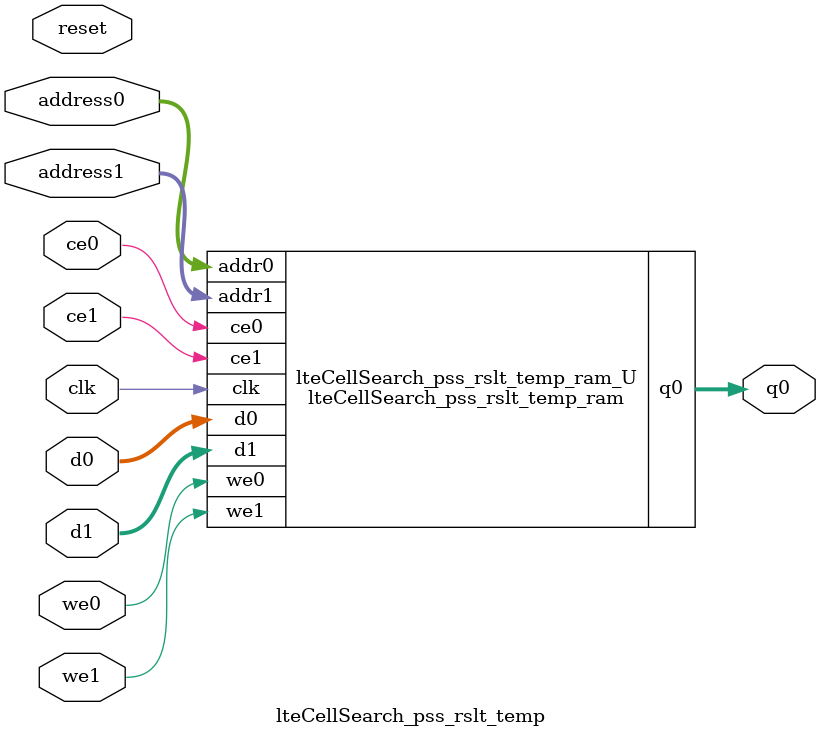
<source format=v>
`timescale 1 ns / 1 ps
module lteCellSearch_pss_rslt_temp_ram (addr0, ce0, d0, we0, q0, addr1, ce1, d1, we1,  clk);

parameter DWIDTH = 12;
parameter AWIDTH = 19;
parameter MEM_SIZE = 288000;

input[AWIDTH-1:0] addr0;
input ce0;
input[DWIDTH-1:0] d0;
input we0;
output reg[DWIDTH-1:0] q0;
input[AWIDTH-1:0] addr1;
input ce1;
input[DWIDTH-1:0] d1;
input we1;
input clk;

reg [DWIDTH-1:0] ram[0:MEM_SIZE-1];




always @(posedge clk)  
begin 
    if (ce0) begin
        if (we0) 
            ram[addr0] <= d0; 
        q0 <= ram[addr0];
    end
end


always @(posedge clk)  
begin 
    if (ce1) begin
        if (we1) 
            ram[addr1] <= d1; 
    end
end


endmodule

`timescale 1 ns / 1 ps
module lteCellSearch_pss_rslt_temp(
    reset,
    clk,
    address0,
    ce0,
    we0,
    d0,
    q0,
    address1,
    ce1,
    we1,
    d1);

parameter DataWidth = 32'd12;
parameter AddressRange = 32'd288000;
parameter AddressWidth = 32'd19;
input reset;
input clk;
input[AddressWidth - 1:0] address0;
input ce0;
input we0;
input[DataWidth - 1:0] d0;
output[DataWidth - 1:0] q0;
input[AddressWidth - 1:0] address1;
input ce1;
input we1;
input[DataWidth - 1:0] d1;



lteCellSearch_pss_rslt_temp_ram lteCellSearch_pss_rslt_temp_ram_U(
    .clk( clk ),
    .addr0( address0 ),
    .ce0( ce0 ),
    .we0( we0 ),
    .d0( d0 ),
    .q0( q0 ),
    .addr1( address1 ),
    .ce1( ce1 ),
    .we1( we1 ),
    .d1( d1 ));

endmodule


</source>
